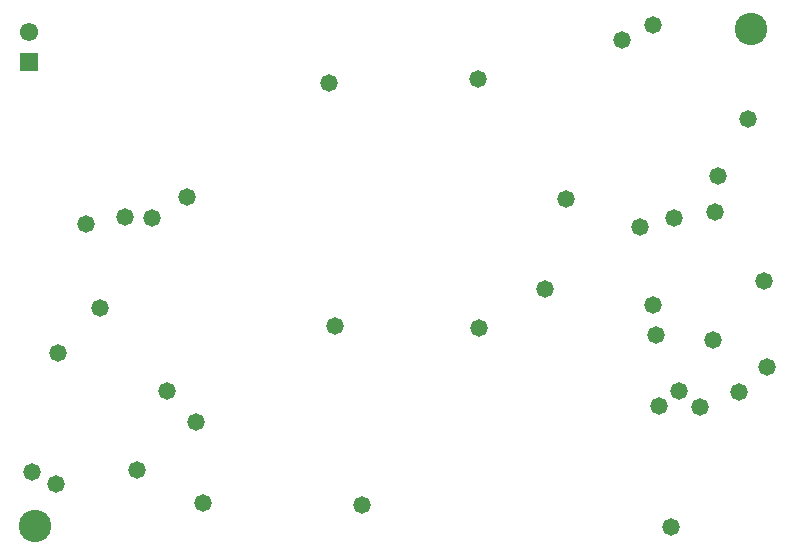
<source format=gbs>
G04*
G04 #@! TF.GenerationSoftware,Altium Limited,Altium Designer,25.0.2 (28)*
G04*
G04 Layer_Color=16711935*
%FSLAX44Y44*%
%MOMM*%
G71*
G04*
G04 #@! TF.SameCoordinates,877775E4-4AF8-4732-A6CF-0C93CC7184C8*
G04*
G04*
G04 #@! TF.FilePolarity,Negative*
G04*
G01*
G75*
%ADD30C,2.7432*%
%ADD31C,1.5500*%
%ADD32R,1.5500X1.5500*%
%ADD33C,1.4732*%
D30*
X1304290Y1033780D02*
D03*
X698500Y613410D02*
D03*
D31*
X693250Y1031040D02*
D03*
D32*
Y1006040D02*
D03*
D33*
X1236980Y612140D02*
D03*
X784860Y660400D02*
D03*
X834390Y701040D02*
D03*
X1226820Y715010D02*
D03*
X810260Y727710D02*
D03*
X717550Y759460D02*
D03*
X952500Y782320D02*
D03*
X1273810Y878840D02*
D03*
X774700Y875030D02*
D03*
X695960Y659130D02*
D03*
X840740Y632460D02*
D03*
X1221740Y800100D02*
D03*
X1224280Y774700D02*
D03*
X975360Y631190D02*
D03*
X741680Y868680D02*
D03*
X797747Y873948D02*
D03*
X753110Y797560D02*
D03*
X826770Y891540D02*
D03*
X716280Y648970D02*
D03*
X1239520Y873760D02*
D03*
X1148080Y890270D02*
D03*
X1210310Y866140D02*
D03*
X1272540Y770890D02*
D03*
X1301750Y957580D02*
D03*
X1276350Y909320D02*
D03*
X1294130Y726440D02*
D03*
X1261110Y713740D02*
D03*
X1243330Y727710D02*
D03*
X1318260Y748030D02*
D03*
X1315720Y820420D02*
D03*
X1221740Y1037590D02*
D03*
X1195070Y1024890D02*
D03*
X1130300Y814070D02*
D03*
X1074420Y781050D02*
D03*
X1073040Y991870D02*
D03*
X947420Y988060D02*
D03*
M02*

</source>
